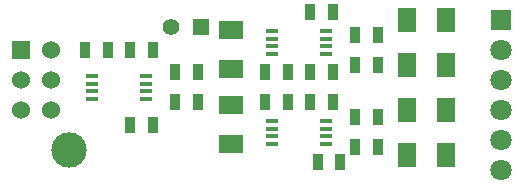
<source format=gts>
G04 (created by PCBNEW (2013-07-07 BZR 4022)-stable) date 28/01/2014 11:02:56*
%MOIN*%
G04 Gerber Fmt 3.4, Leading zero omitted, Abs format*
%FSLAX34Y34*%
G01*
G70*
G90*
G04 APERTURE LIST*
%ADD10C,0.00590551*%
%ADD11R,0.08X0.06*%
%ADD12R,0.06X0.08*%
%ADD13R,0.035X0.055*%
%ADD14R,0.055X0.055*%
%ADD15C,0.055*%
%ADD16R,0.06X0.06*%
%ADD17C,0.06*%
%ADD18R,0.0402X0.0161*%
%ADD19R,0.0708661X0.0708661*%
%ADD20C,0.0708661*%
%ADD21C,0.11811*%
G04 APERTURE END LIST*
G54D10*
G54D11*
X77000Y-62850D03*
X77000Y-64150D03*
G54D12*
X82850Y-63000D03*
X84150Y-63000D03*
X82850Y-61500D03*
X84150Y-61500D03*
X82850Y-60000D03*
X84150Y-60000D03*
X82850Y-64500D03*
X84150Y-64500D03*
G54D11*
X77000Y-61650D03*
X77000Y-60350D03*
G54D13*
X74375Y-63500D03*
X73625Y-63500D03*
X75875Y-62750D03*
X75125Y-62750D03*
X80375Y-62750D03*
X79625Y-62750D03*
X80375Y-61750D03*
X79625Y-61750D03*
X81875Y-61500D03*
X81125Y-61500D03*
X78125Y-62750D03*
X78875Y-62750D03*
X81875Y-60500D03*
X81125Y-60500D03*
X80375Y-59750D03*
X79625Y-59750D03*
X75875Y-61750D03*
X75125Y-61750D03*
X74375Y-61000D03*
X73625Y-61000D03*
X78125Y-61750D03*
X78875Y-61750D03*
X81875Y-63250D03*
X81125Y-63250D03*
X72125Y-61000D03*
X72875Y-61000D03*
X81875Y-64250D03*
X81125Y-64250D03*
X80625Y-64750D03*
X79875Y-64750D03*
G54D14*
X76000Y-60250D03*
G54D15*
X75000Y-60250D03*
G54D16*
X70000Y-61000D03*
G54D17*
X71000Y-61000D03*
X70000Y-62000D03*
X71000Y-62000D03*
X70000Y-63000D03*
X71000Y-63000D03*
G54D18*
X78344Y-63366D03*
X78344Y-63622D03*
X78344Y-63878D03*
X78344Y-64134D03*
X80156Y-64134D03*
X80156Y-63878D03*
X80156Y-63622D03*
X80156Y-63366D03*
X72344Y-61866D03*
X72344Y-62122D03*
X72344Y-62378D03*
X72344Y-62634D03*
X74156Y-62634D03*
X74156Y-62378D03*
X74156Y-62122D03*
X74156Y-61866D03*
X78344Y-60366D03*
X78344Y-60622D03*
X78344Y-60878D03*
X78344Y-61134D03*
X80156Y-61134D03*
X80156Y-60878D03*
X80156Y-60622D03*
X80156Y-60366D03*
G54D19*
X86000Y-60000D03*
G54D20*
X86000Y-61000D03*
X86000Y-62000D03*
X86000Y-63000D03*
X86000Y-64000D03*
X86000Y-65000D03*
G54D21*
X71600Y-64350D03*
M02*

</source>
